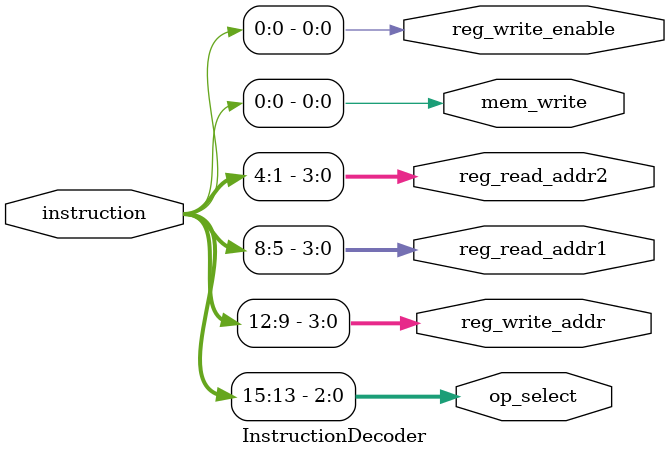
<source format=v>
module InstructionDecoder (
    input [15:0] instruction,
    output reg [2:0] op_select,
    output reg [3:0] reg_write_addr,
    output reg [3:0] reg_read_addr1,
    output reg [3:0] reg_read_addr2,
    output reg mem_write,
    output reg reg_write_enable
);
    always @(*) begin
        // Example decoding (adjust based on your instruction set)
        op_select = instruction[15:13]; // Operation code
        reg_write_addr = instruction[12:9];
        reg_read_addr1 = instruction[8:5];
        reg_read_addr2 = instruction[4:1];
        mem_write = instruction[0]; // Write enable bit
        reg_write_enable = instruction[0]; // Example; this might vary
    end
endmodule

</source>
